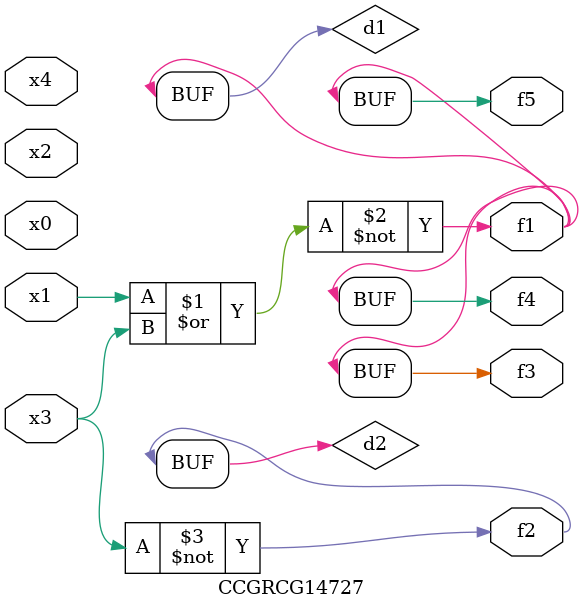
<source format=v>
module CCGRCG14727(
	input x0, x1, x2, x3, x4,
	output f1, f2, f3, f4, f5
);

	wire d1, d2;

	nor (d1, x1, x3);
	not (d2, x3);
	assign f1 = d1;
	assign f2 = d2;
	assign f3 = d1;
	assign f4 = d1;
	assign f5 = d1;
endmodule

</source>
